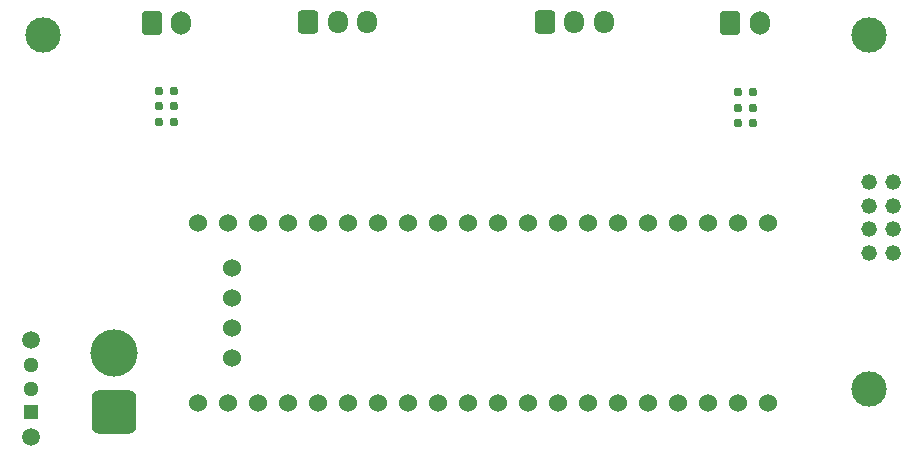
<source format=gbs>
G04 #@! TF.GenerationSoftware,KiCad,Pcbnew,9.0.2+dfsg-1*
G04 #@! TF.CreationDate,2025-08-18T20:56:22-04:00*
G04 #@! TF.ProjectId,Basic_Controller,42617369-635f-4436-9f6e-74726f6c6c65,rev?*
G04 #@! TF.SameCoordinates,Original*
G04 #@! TF.FileFunction,Soldermask,Bot*
G04 #@! TF.FilePolarity,Negative*
%FSLAX46Y46*%
G04 Gerber Fmt 4.6, Leading zero omitted, Abs format (unit mm)*
G04 Created by KiCad (PCBNEW 9.0.2+dfsg-1) date 2025-08-18 20:56:22*
%MOMM*%
%LPD*%
G01*
G04 APERTURE LIST*
G04 Aperture macros list*
%AMRoundRect*
0 Rectangle with rounded corners*
0 $1 Rounding radius*
0 $2 $3 $4 $5 $6 $7 $8 $9 X,Y pos of 4 corners*
0 Add a 4 corners polygon primitive as box body*
4,1,4,$2,$3,$4,$5,$6,$7,$8,$9,$2,$3,0*
0 Add four circle primitives for the rounded corners*
1,1,$1+$1,$2,$3*
1,1,$1+$1,$4,$5*
1,1,$1+$1,$6,$7*
1,1,$1+$1,$8,$9*
0 Add four rect primitives between the rounded corners*
20,1,$1+$1,$2,$3,$4,$5,0*
20,1,$1+$1,$4,$5,$6,$7,0*
20,1,$1+$1,$6,$7,$8,$9,0*
20,1,$1+$1,$8,$9,$2,$3,0*%
G04 Aperture macros list end*
%ADD10C,3.000000*%
%ADD11RoundRect,0.250000X-0.600000X-0.725000X0.600000X-0.725000X0.600000X0.725000X-0.600000X0.725000X0*%
%ADD12O,1.700000X1.950000*%
%ADD13C,0.770000*%
%ADD14C,1.524000*%
%ADD15RoundRect,0.250000X-0.600000X-0.750000X0.600000X-0.750000X0.600000X0.750000X-0.600000X0.750000X0*%
%ADD16O,1.700000X2.000000*%
%ADD17C,1.320800*%
%ADD18RoundRect,0.760000X1.140000X-1.140000X1.140000X1.140000X-1.140000X1.140000X-1.140000X-1.140000X0*%
%ADD19C,4.000000*%
%ADD20R,1.295400X1.295400*%
%ADD21C,1.295400*%
%ADD22C,1.498600*%
G04 APERTURE END LIST*
D10*
X195500000Y-86000000D03*
D11*
X168000000Y-84975000D03*
D12*
X170500000Y-84975000D03*
X173000000Y-84975000D03*
D13*
X135337872Y-90777705D03*
X135337872Y-92077705D03*
X135337872Y-93377705D03*
X136637872Y-90777705D03*
X136637872Y-92077705D03*
X136637872Y-93377705D03*
D10*
X125500000Y-86000000D03*
D14*
X138660000Y-117240000D03*
X141200000Y-117240000D03*
X143740000Y-117240000D03*
X146280000Y-117240000D03*
X179300000Y-117240000D03*
X148820000Y-117240000D03*
X151360000Y-117240000D03*
X153900000Y-117240000D03*
X156440000Y-117240000D03*
X158980000Y-117240000D03*
X161520000Y-117240000D03*
X164060000Y-117240000D03*
X166600000Y-117240000D03*
X169140000Y-117240000D03*
X171680000Y-117240000D03*
X174220000Y-117240000D03*
X176760000Y-117240000D03*
X186920000Y-102000000D03*
X184380000Y-102000000D03*
X181840000Y-102000000D03*
X179300000Y-102000000D03*
X176760000Y-102000000D03*
X174220000Y-102000000D03*
X171680000Y-102000000D03*
X169140000Y-102000000D03*
X166600000Y-102000000D03*
X141500000Y-108350000D03*
X141500000Y-110890000D03*
X164060000Y-102000000D03*
X161520000Y-102000000D03*
X158980000Y-102000000D03*
X156440000Y-102000000D03*
X153900000Y-102000000D03*
X151360000Y-102000000D03*
X148820000Y-102000000D03*
X146280000Y-102000000D03*
X181840000Y-117240000D03*
X184380000Y-117240000D03*
X186920000Y-117240000D03*
X138660000Y-102000000D03*
X141200000Y-102000000D03*
X143740000Y-102000000D03*
X141500000Y-113430000D03*
X141500000Y-105810000D03*
D10*
X195500000Y-116000000D03*
D15*
X183729110Y-85000000D03*
D16*
X186229110Y-85000000D03*
D17*
X195500000Y-104500000D03*
X197500001Y-104500000D03*
X195500000Y-102500001D03*
X197500001Y-102500001D03*
X195500000Y-100500000D03*
X197500001Y-100500000D03*
X195500000Y-98500002D03*
X197500001Y-98500002D03*
D11*
X148000000Y-84975000D03*
D12*
X150500000Y-84975000D03*
X153000000Y-84975000D03*
D18*
X131500000Y-118000000D03*
D19*
X131500000Y-113000000D03*
D13*
X184357678Y-90889585D03*
X184357678Y-92189585D03*
X184357678Y-93489585D03*
X185657678Y-90889585D03*
X185657678Y-92189585D03*
X185657678Y-93489585D03*
D15*
X134750000Y-85000000D03*
D16*
X137250000Y-85000000D03*
D20*
X124500000Y-118000000D03*
D21*
X124500000Y-116000000D03*
X124500000Y-113999999D03*
D22*
X124500000Y-120100001D03*
X124500000Y-111900000D03*
M02*

</source>
